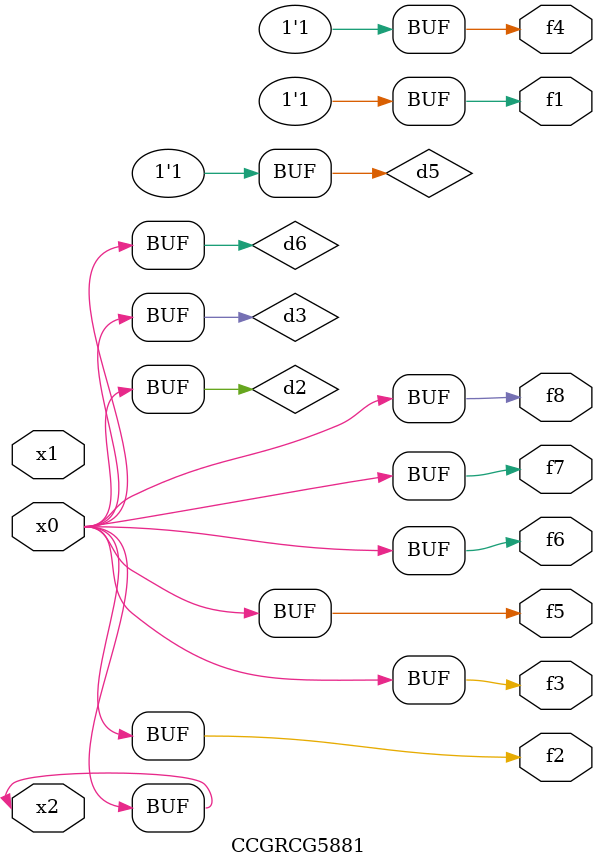
<source format=v>
module CCGRCG5881(
	input x0, x1, x2,
	output f1, f2, f3, f4, f5, f6, f7, f8
);

	wire d1, d2, d3, d4, d5, d6;

	xnor (d1, x2);
	buf (d2, x0, x2);
	and (d3, x0);
	xnor (d4, x1, x2);
	nand (d5, d1, d3);
	buf (d6, d2, d3);
	assign f1 = d5;
	assign f2 = d6;
	assign f3 = d6;
	assign f4 = d5;
	assign f5 = d6;
	assign f6 = d6;
	assign f7 = d6;
	assign f8 = d6;
endmodule

</source>
